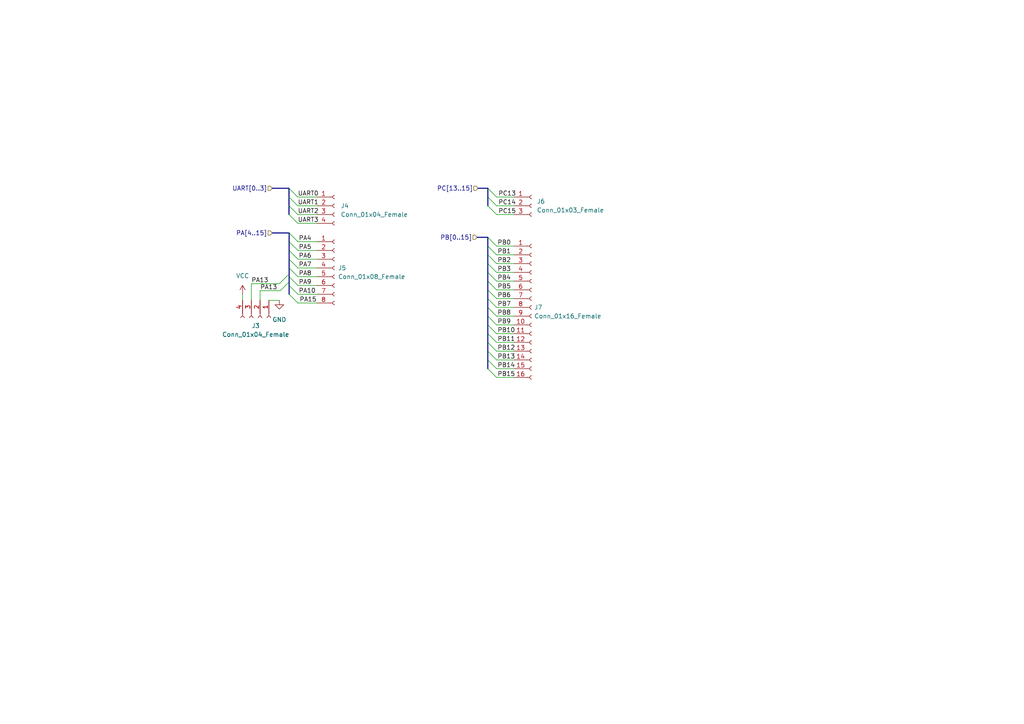
<source format=kicad_sch>
(kicad_sch (version 20211123) (generator eeschema)
  (paper "A4")
  (lib_symbols
    (symbol "Connector:Conn_01x03_Female" (pin_names (offset 1.016) hide)
      (property "Reference" "J" (at 0 5.08 0))
      (property "Value" "Conn_01x03_Female" (at 0 -5.08 0))
      (symbol "Conn_01x03_Female_1_1"
        (arc (start 0 -2.032) (mid -0.508 -2.54) (end 0 -3.048) (stroke (width 0.1524)))
        (polyline (pts (xy -1.27 -2.54) (xy -0.508 -2.54)) (stroke (width 0.1524)))
        (polyline (pts (xy -1.27 0) (xy -0.508 0)) (stroke (width 0.1524)))
        (polyline (pts (xy -1.27 2.54) (xy -0.508 2.54)) (stroke (width 0.1524)))
        (arc (start 0 0.508) (mid -0.508 0) (end 0 -0.508) (stroke (width 0.1524)))
        (arc (start 0 3.048) (mid -0.508 2.54) (end 0 2.032) (stroke (width 0.1524)))
        (pin passive line (at -5.08 2.54 0) (length 3.81) (name "Pin_1") (number "1"))
        (pin passive line (at -5.08 0 0) (length 3.81) (name "Pin_2") (number "2"))
        (pin passive line (at -5.08 -2.54 0) (length 3.81) (name "Pin_3") (number "3"))
      )
    )
    (symbol "Connector:Conn_01x04_Female" (pin_names (offset 1.016) hide)
      (property "Reference" "J" (at 0 5.08 0))
      (property "Value" "Conn_01x04_Female" (at 0 -7.62 0))
      (symbol "Conn_01x04_Female_1_1"
        (arc (start 0 -4.572) (mid -0.508 -5.08) (end 0 -5.588) (stroke (width 0.1524)))
        (arc (start 0 -2.032) (mid -0.508 -2.54) (end 0 -3.048) (stroke (width 0.1524)))
        (polyline (pts (xy -1.27 -5.08) (xy -0.508 -5.08)) (stroke (width 0.1524)))
        (polyline (pts (xy -1.27 -2.54) (xy -0.508 -2.54)) (stroke (width 0.1524)))
        (polyline (pts (xy -1.27 0) (xy -0.508 0)) (stroke (width 0.1524)))
        (polyline (pts (xy -1.27 2.54) (xy -0.508 2.54)) (stroke (width 0.1524)))
        (arc (start 0 0.508) (mid -0.508 0) (end 0 -0.508) (stroke (width 0.1524)))
        (arc (start 0 3.048) (mid -0.508 2.54) (end 0 2.032) (stroke (width 0.1524)))
        (pin passive line (at -5.08 2.54 0) (length 3.81) (name "Pin_1") (number "1"))
        (pin passive line (at -5.08 0 0) (length 3.81) (name "Pin_2") (number "2"))
        (pin passive line (at -5.08 -2.54 0) (length 3.81) (name "Pin_3") (number "3"))
        (pin passive line (at -5.08 -5.08 0) (length 3.81) (name "Pin_4") (number "4"))
      )
    )
    (symbol "Connector:Conn_01x08_Female" (pin_names (offset 1.016) hide)
      (property "Reference" "J" (at 0 10.16 0))
      (property "Value" "Conn_01x08_Female" (at 0 -12.7 0))
      (symbol "Conn_01x08_Female_1_1"
        (arc (start 0 -9.652) (mid -0.508 -10.16) (end 0 -10.668) (stroke (width 0.1524)))
        (arc (start 0 -7.112) (mid -0.508 -7.62) (end 0 -8.128) (stroke (width 0.1524)))
        (arc (start 0 -4.572) (mid -0.508 -5.08) (end 0 -5.588) (stroke (width 0.1524)))
        (arc (start 0 -2.032) (mid -0.508 -2.54) (end 0 -3.048) (stroke (width 0.1524)))
        (polyline (pts (xy -1.27 -10.16) (xy -0.508 -10.16)) (stroke (width 0.1524)))
        (polyline (pts (xy -1.27 -7.62) (xy -0.508 -7.62)) (stroke (width 0.1524)))
        (polyline (pts (xy -1.27 -5.08) (xy -0.508 -5.08)) (stroke (width 0.1524)))
        (polyline (pts (xy -1.27 -2.54) (xy -0.508 -2.54)) (stroke (width 0.1524)))
        (polyline (pts (xy -1.27 0) (xy -0.508 0)) (stroke (width 0.1524)))
        (polyline (pts (xy -1.27 2.54) (xy -0.508 2.54)) (stroke (width 0.1524)))
        (polyline (pts (xy -1.27 5.08) (xy -0.508 5.08)) (stroke (width 0.1524)))
        (polyline (pts (xy -1.27 7.62) (xy -0.508 7.62)) (stroke (width 0.1524)))
        (arc (start 0 0.508) (mid -0.508 0) (end 0 -0.508) (stroke (width 0.1524)))
        (arc (start 0 3.048) (mid -0.508 2.54) (end 0 2.032) (stroke (width 0.1524)))
        (arc (start 0 5.588) (mid -0.508 5.08) (end 0 4.572) (stroke (width 0.1524)))
        (arc (start 0 8.128) (mid -0.508 7.62) (end 0 7.112) (stroke (width 0.1524)))
        (pin passive line (at -5.08 7.62 0) (length 3.81) (name "Pin_1") (number "1"))
        (pin passive line (at -5.08 5.08 0) (length 3.81) (name "Pin_2") (number "2"))
        (pin passive line (at -5.08 2.54 0) (length 3.81) (name "Pin_3") (number "3"))
        (pin passive line (at -5.08 0 0) (length 3.81) (name "Pin_4") (number "4"))
        (pin passive line (at -5.08 -2.54 0) (length 3.81) (name "Pin_5") (number "5"))
        (pin passive line (at -5.08 -5.08 0) (length 3.81) (name "Pin_6") (number "6"))
        (pin passive line (at -5.08 -7.62 0) (length 3.81) (name "Pin_7") (number "7"))
        (pin passive line (at -5.08 -10.16 0) (length 3.81) (name "Pin_8") (number "8"))
      )
    )
    (symbol "Connector:Conn_01x16_Female" (pin_names (offset 1.016) hide)
      (property "Reference" "J" (at 0 20.32 0))
      (property "Value" "Conn_01x16_Female" (at 0 -22.86 0))
      (symbol "Conn_01x16_Female_1_1"
        (arc (start 0 -19.812) (mid -0.508 -20.32) (end 0 -20.828) (stroke (width 0.1524)))
        (arc (start 0 -17.272) (mid -0.508 -17.78) (end 0 -18.288) (stroke (width 0.1524)))
        (arc (start 0 -14.732) (mid -0.508 -15.24) (end 0 -15.748) (stroke (width 0.1524)))
        (arc (start 0 -12.192) (mid -0.508 -12.7) (end 0 -13.208) (stroke (width 0.1524)))
        (arc (start 0 -9.652) (mid -0.508 -10.16) (end 0 -10.668) (stroke (width 0.1524)))
        (arc (start 0 -7.112) (mid -0.508 -7.62) (end 0 -8.128) (stroke (width 0.1524)))
        (arc (start 0 -4.572) (mid -0.508 -5.08) (end 0 -5.588) (stroke (width 0.1524)))
        (arc (start 0 -2.032) (mid -0.508 -2.54) (end 0 -3.048) (stroke (width 0.1524)))
        (polyline (pts (xy -1.27 -20.32) (xy -0.508 -20.32)) (stroke (width 0.1524)))
        (polyline (pts (xy -1.27 -17.78) (xy -0.508 -17.78)) (stroke (width 0.1524)))
        (polyline (pts (xy -1.27 -15.24) (xy -0.508 -15.24)) (stroke (width 0.1524)))
        (polyline (pts (xy -1.27 -12.7) (xy -0.508 -12.7)) (stroke (width 0.1524)))
        (polyline (pts (xy -1.27 -10.16) (xy -0.508 -10.16)) (stroke (width 0.1524)))
        (polyline (pts (xy -1.27 -7.62) (xy -0.508 -7.62)) (stroke (width 0.1524)))
        (polyline (pts (xy -1.27 -5.08) (xy -0.508 -5.08)) (stroke (width 0.1524)))
        (polyline (pts (xy -1.27 -2.54) (xy -0.508 -2.54)) (stroke (width 0.1524)))
        (polyline (pts (xy -1.27 0) (xy -0.508 0)) (stroke (width 0.1524)))
        (polyline (pts (xy -1.27 2.54) (xy -0.508 2.54)) (stroke (width 0.1524)))
        (polyline (pts (xy -1.27 5.08) (xy -0.508 5.08)) (stroke (width 0.1524)))
        (polyline (pts (xy -1.27 7.62) (xy -0.508 7.62)) (stroke (width 0.1524)))
        (polyline (pts (xy -1.27 10.16) (xy -0.508 10.16)) (stroke (width 0.1524)))
        (polyline (pts (xy -1.27 12.7) (xy -0.508 12.7)) (stroke (width 0.1524)))
        (polyline (pts (xy -1.27 15.24) (xy -0.508 15.24)) (stroke (width 0.1524)))
        (polyline (pts (xy -1.27 17.78) (xy -0.508 17.78)) (stroke (width 0.1524)))
        (arc (start 0 0.508) (mid -0.508 0) (end 0 -0.508) (stroke (width 0.1524)))
        (arc (start 0 3.048) (mid -0.508 2.54) (end 0 2.032) (stroke (width 0.1524)))
        (arc (start 0 5.588) (mid -0.508 5.08) (end 0 4.572) (stroke (width 0.1524)))
        (arc (start 0 8.128) (mid -0.508 7.62) (end 0 7.112) (stroke (width 0.1524)))
        (arc (start 0 10.668) (mid -0.508 10.16) (end 0 9.652) (stroke (width 0.1524)))
        (arc (start 0 13.208) (mid -0.508 12.7) (end 0 12.192) (stroke (width 0.1524)))
        (arc (start 0 15.748) (mid -0.508 15.24) (end 0 14.732) (stroke (width 0.1524)))
        (arc (start 0 18.288) (mid -0.508 17.78) (end 0 17.272) (stroke (width 0.1524)))
        (pin passive line (at -5.08 17.78 0) (length 3.81) (name "Pin_1") (number "1"))
        (pin passive line (at -5.08 -5.08 0) (length 3.81) (name "Pin_10") (number "10"))
        (pin passive line (at -5.08 -7.62 0) (length 3.81) (name "Pin_11") (number "11"))
        (pin passive line (at -5.08 -10.16 0) (length 3.81) (name "Pin_12") (number "12"))
        (pin passive line (at -5.08 -12.7 0) (length 3.81) (name "Pin_13") (number "13"))
        (pin passive line (at -5.08 -15.24 0) (length 3.81) (name "Pin_14") (number "14"))
        (pin passive line (at -5.08 -17.78 0) (length 3.81) (name "Pin_15") (number "15"))
        (pin passive line (at -5.08 -20.32 0) (length 3.81) (name "Pin_16") (number "16"))
        (pin passive line (at -5.08 15.24 0) (length 3.81) (name "Pin_2") (number "2"))
        (pin passive line (at -5.08 12.7 0) (length 3.81) (name "Pin_3") (number "3"))
        (pin passive line (at -5.08 10.16 0) (length 3.81) (name "Pin_4") (number "4"))
        (pin passive line (at -5.08 7.62 0) (length 3.81) (name "Pin_5") (number "5"))
        (pin passive line (at -5.08 5.08 0) (length 3.81) (name "Pin_6") (number "6"))
        (pin passive line (at -5.08 2.54 0) (length 3.81) (name "Pin_7") (number "7"))
        (pin passive line (at -5.08 0 0) (length 3.81) (name "Pin_8") (number "8"))
        (pin passive line (at -5.08 -2.54 0) (length 3.81) (name "Pin_9") (number "9"))
      )
    )
    (symbol "power:GND" (power) (pin_names (offset 0))
      (property "Value" "GND" (at 0 -3.81 0))
      (symbol "GND_0_1"
        (polyline (pts (xy 0 0) (xy 0 -1.27) (xy 1.27 -1.27) (xy 0 -2.54) (xy -1.27 -1.27) (xy 0 -1.27)))
      )
      (symbol "GND_1_1"
        (pin power_in line (at 0 0 270) (length 0) hide (name "GND") (number "1"))
      )
    )
    (symbol "power:VCC" (power) (pin_names (offset 0))
      (property "Value" "VCC" (at 0 3.81 0))
      (symbol "VCC_0_1"
        (polyline (pts (xy -0.762 1.27) (xy 0 2.54)))
        (polyline (pts (xy 0 0) (xy 0 2.54)))
        (polyline (pts (xy 0 2.54) (xy 0.762 1.27)))
      )
      (symbol "VCC_1_1"
        (pin power_in line (at 0 0 90) (length 0) hide (name "VCC") (number "1"))
      )
    )
  )
  (bus_entry (at 83.82 54.61) (size 2.54 2.54))
  (bus_entry (at 141.478 94.234) (size 2.54 2.54))
  (bus_entry (at 141.4941 57.15) (size 2.54 2.54))
  (bus_entry (at 141.478 84.074) (size 2.54 2.54))
  (bus_entry (at 141.4941 54.61) (size 2.54 2.54))
  (bus_entry (at 141.478 76.454) (size 2.54 2.54))
  (bus_entry (at 141.478 104.394) (size 2.54 2.54))
  (bus_entry (at 83.8628 77.724) (size 2.54 2.54))
  (bus_entry (at 141.478 101.854) (size 2.54 2.54))
  (bus_entry (at 141.478 91.694) (size 2.54 2.54))
  (bus_entry (at 83.8628 80.264) (size 2.54 2.54))
  (bus_entry (at 83.8628 85.344) (size 2.54 2.54))
  (bus_entry (at 141.4941 59.69) (size 2.54 2.54))
  (bus_entry (at 83.566 79.756) (size -2.54 2.54))
  (bus_entry (at 141.478 99.314) (size 2.54 2.54))
  (bus_entry (at 83.82 57.15) (size 2.54 2.54))
  (bus_entry (at 83.8628 72.644) (size 2.54 2.54))
  (bus_entry (at 83.8628 70.104) (size 2.54 2.54))
  (bus_entry (at 83.8628 67.564) (size 2.54 2.54))
  (bus_entry (at 83.82 81.788) (size -2.54 2.54))
  (bus_entry (at 141.478 71.374) (size 2.54 2.54))
  (bus_entry (at 141.478 106.934) (size 2.54 2.54))
  (bus_entry (at 83.82 59.69) (size 2.54 2.54))
  (bus_entry (at 141.478 68.834) (size 2.54 2.54))
  (bus_entry (at 141.478 78.994) (size 2.54 2.54))
  (bus_entry (at 141.478 96.774) (size 2.54 2.54))
  (bus_entry (at 83.82 62.23) (size 2.54 2.54))
  (bus_entry (at 141.478 73.914) (size 2.54 2.54))
  (bus_entry (at 141.478 89.154) (size 2.54 2.54))
  (bus_entry (at 83.8628 75.184) (size 2.54 2.54))
  (bus_entry (at 83.8628 82.804) (size 2.54 2.54))
  (bus_entry (at 141.478 81.534) (size 2.54 2.54))
  (bus_entry (at 141.478 86.614) (size 2.54 2.54))
  (bus (pts (xy 141.478 91.694) (xy 141.478 94.234)))
  (wire (pts (xy 86.36 62.23) (xy 91.948 62.23)))
  (wire (pts (xy 144.018 86.614) (xy 149.098 86.614)))
  (wire (pts (xy 144.0341 59.69) (xy 149.098 59.69)))
  (bus (pts (xy 141.478 71.374) (xy 141.478 73.914)))
  (wire (pts (xy 144.018 109.474) (xy 149.098 109.474)))
  (bus (pts (xy 83.8628 75.184) (xy 83.8628 77.724)))
  (bus (pts (xy 138.684 54.61) (xy 141.4941 54.61)))
  (wire (pts (xy 86.4028 87.884) (xy 91.948 87.884)))
  (wire (pts (xy 75.438 84.328) (xy 75.438 87.122)))
  (wire (pts (xy 86.4028 85.344) (xy 91.948 85.344)))
  (bus (pts (xy 141.478 81.534) (xy 141.478 84.074)))
  (wire (pts (xy 86.36 57.15) (xy 91.948 57.15)))
  (wire (pts (xy 144.0341 62.23) (xy 149.098 62.23)))
  (wire (pts (xy 144.018 99.314) (xy 149.098 99.314)))
  (bus (pts (xy 83.8628 80.264) (xy 83.8628 82.804)))
  (bus (pts (xy 83.8628 67.564) (xy 83.8628 70.104)))
  (wire (pts (xy 144.018 104.394) (xy 149.098 104.394)))
  (bus (pts (xy 83.82 59.69) (xy 83.82 62.23)))
  (wire (pts (xy 144.018 101.854) (xy 149.098 101.854)))
  (wire (pts (xy 144.018 76.454) (xy 149.098 76.454)))
  (wire (pts (xy 70.358 85.344) (xy 70.358 87.122)))
  (bus (pts (xy 141.478 96.774) (xy 141.478 99.314)))
  (bus (pts (xy 141.478 94.234) (xy 141.478 96.774)))
  (bus (pts (xy 141.478 68.834) (xy 141.478 71.374)))
  (bus (pts (xy 141.478 86.614) (xy 141.478 89.154)))
  (wire (pts (xy 144.018 91.694) (xy 149.098 91.694)))
  (wire (pts (xy 86.4028 77.724) (xy 91.948 77.724)))
  (bus (pts (xy 78.994 54.61) (xy 83.82 54.61)))
  (bus (pts (xy 83.82 57.15) (xy 83.82 59.69)))
  (wire (pts (xy 144.018 78.994) (xy 149.098 78.994)))
  (wire (pts (xy 144.018 94.234) (xy 149.098 94.234)))
  (wire (pts (xy 144.018 96.774) (xy 149.098 96.774)))
  (bus (pts (xy 141.478 89.154) (xy 141.478 91.694)))
  (bus (pts (xy 138.43 68.834) (xy 141.478 68.834)))
  (wire (pts (xy 86.4028 70.104) (xy 91.948 70.104)))
  (wire (pts (xy 144.018 106.934) (xy 149.098 106.934)))
  (wire (pts (xy 86.4028 82.804) (xy 91.948 82.804)))
  (wire (pts (xy 144.018 71.374) (xy 149.098 71.374)))
  (bus (pts (xy 83.8628 70.104) (xy 83.8628 72.644)))
  (wire (pts (xy 144.018 89.154) (xy 149.098 89.154)))
  (wire (pts (xy 144.018 73.914) (xy 149.098 73.914)))
  (wire (pts (xy 144.018 81.534) (xy 149.098 81.534)))
  (bus (pts (xy 83.8628 77.724) (xy 83.8628 80.264)))
  (bus (pts (xy 141.478 84.074) (xy 141.478 86.614)))
  (bus (pts (xy 78.994 67.564) (xy 83.8628 67.564)))
  (bus (pts (xy 141.478 101.854) (xy 141.478 104.394)))
  (wire (pts (xy 86.4028 72.644) (xy 91.948 72.644)))
  (bus (pts (xy 141.478 76.454) (xy 141.478 78.994)))
  (wire (pts (xy 86.4028 75.184) (xy 91.948 75.184)))
  (wire (pts (xy 86.36 64.77) (xy 91.948 64.77)))
  (wire (pts (xy 144.0341 57.15) (xy 149.098 57.15)))
  (bus (pts (xy 141.478 73.914) (xy 141.478 76.454)))
  (wire (pts (xy 144.018 84.074) (xy 149.098 84.074)))
  (bus (pts (xy 83.8628 82.804) (xy 83.8628 85.344)))
  (wire (pts (xy 81.026 82.296) (xy 72.898 82.296)))
  (bus (pts (xy 141.478 104.394) (xy 141.478 106.934)))
  (wire (pts (xy 72.898 82.296) (xy 72.898 87.122)))
  (bus (pts (xy 141.4941 57.15) (xy 141.4941 59.69)))
  (bus (pts (xy 141.478 99.314) (xy 141.478 101.854)))
  (bus (pts (xy 141.478 78.994) (xy 141.478 81.534)))
  (wire (pts (xy 86.36 59.69) (xy 91.948 59.69)))
  (wire (pts (xy 81.28 84.328) (xy 75.438 84.328)))
  (wire (pts (xy 77.978 87.122) (xy 81.026 87.122)))
  (wire (pts (xy 86.4028 80.264) (xy 91.948 80.264)))
  (bus (pts (xy 83.82 54.61) (xy 83.82 57.15)))
  (bus (pts (xy 141.4941 54.61) (xy 141.4941 57.15)))
  (bus (pts (xy 83.8628 72.644) (xy 83.8628 75.184)))
  (label "PB9" (at 144.272 94.234 0))
  (label "PB13" (at 144.272 104.394 0))
  (label "PB15" (at 144.272 109.474 0))
  (label "UART1" (at 86.36 59.69 0))
  (label "PA13" (at 72.898 82.296 0))
  (label "PB1" (at 144.272 73.914 0))
  (label "PA5" (at 86.614 72.644 0))
  (label "PB10" (at 144.272 96.774 0))
  (label "UART2" (at 86.36 62.23 0))
  (label "PB8" (at 144.272 91.694 0))
  (label "PA13" (at 75.438 84.328 0))
  (label "PA7" (at 86.614 77.724 0))
  (label "UART3" (at 86.36 64.77 0))
  (label "PA6" (at 86.614 75.184 0))
  (label "PC14" (at 144.526 59.69 0))
  (label "PA8" (at 86.614 80.264 0))
  (label "PB3" (at 144.272 78.994 0))
  (label "UART0" (at 86.36 57.15 0))
  (label "PA15" (at 86.868 87.884 0))
  (label "PB14" (at 144.272 106.934 0))
  (label "PB5" (at 144.272 84.074 0))
  (label "PC13" (at 144.526 57.15 0))
  (label "PB12" (at 144.272 101.854 0))
  (label "PB7" (at 144.272 89.154 0))
  (label "PC15" (at 144.526 62.23 0))
  (label "PB0" (at 144.272 71.374 0))
  (label "PB2" (at 144.272 76.454 0))
  (label "PA4" (at 86.614 70.104 0))
  (label "PA10" (at 86.614 85.344 0))
  (label "PB6" (at 144.272 86.614 0))
  (label "PB4" (at 144.272 81.534 0))
  (label "PA9" (at 86.614 82.804 0))
  (label "PB11" (at 144.272 99.314 0))
  (hierarchical_label "UART[0..3]" (shape input) (at 78.994 54.61 180))
  (hierarchical_label "PA[4..15]" (shape input) (at 78.994 67.564 180))
  (hierarchical_label "PB[0..15]" (shape input) (at 138.43 68.834 180))
  (hierarchical_label "PC[13..15]" (shape input) (at 138.684 54.61 180))
  (symbol (lib_id "Connector:Conn_01x16_Female") (at 154.178 89.154 0) (unit 1)
    (property "Reference" "J7" (at 154.94 89.1539 0) (effects (justify left)))
    (property "Value" "Conn_01x16_Female" (at 154.94 91.6939 0) (effects (justify left)))
    (property "Footprint" "Connector_PinHeader_2.54mm:PinHeader_1x16_P2.54mm_Vertical" (effects hide))
  )
  (symbol (lib_id "Connector:Conn_01x08_Female") (at 97.028 77.724 0) (unit 1)
    (property "Reference" "J5" (at 98.044 77.7239 0) (effects (justify left)))
    (property "Value" "Conn_01x08_Female" (at 98.044 80.2639 0) (effects (justify left)))
    (property "Footprint" "Connector_PinHeader_2.54mm:PinHeader_1x08_P2.54mm_Vertical" (effects hide))
  )
  (symbol (lib_id "Connector:Conn_01x03_Female") (at 154.178 59.69 0) (unit 1)
    (property "Reference" "J6" (at 155.702 58.4199 0) (effects (justify left)))
    (property "Value" "Conn_01x03_Female" (at 155.702 60.9599 0) (effects (justify left)))
    (property "Footprint" "Connector_PinHeader_2.54mm:PinHeader_1x03_P2.54mm_Vertical" (effects hide))
  )
  (symbol (lib_id "Connector:Conn_01x04_Female") (at 97.028 59.69 0) (unit 1)
    (property "Reference" "J4" (at 98.806 59.6899 0) (effects (justify left)))
    (property "Value" "Conn_01x04_Female" (at 98.806 62.2299 0) (effects (justify left)))
    (property "Footprint" "Connector_PinHeader_2.54mm:PinHeader_1x04_P2.54mm_Vertical" (effects hide))
  )
  (symbol (lib_id "power:VCC") (at 70.358 85.344 0) (unit 1)
    (property "Reference" "#PWR01" (effects hide))
    (property "Value" "VCC" (at 70.358 80.01 0))
  )
  (symbol (lib_id "Connector:Conn_01x04_Female") (at 75.438 92.202 270) (unit 1)
    (property "Reference" "J3" (at 74.168 94.488 90))
    (property "Value" "Conn_01x04_Female" (at 74.168 97.028 90))
    (property "Footprint" "Connector_PinHeader_2.54mm:PinHeader_1x04_P2.54mm_Vertical" (effects hide))
  )
  (symbol (lib_id "power:GND") (at 81.026 87.122 0) (unit 1)
    (property "Reference" "#PWR02" (effects hide))
    (property "Value" "GND" (at 81.026 92.71 0))
  )
)
</source>
